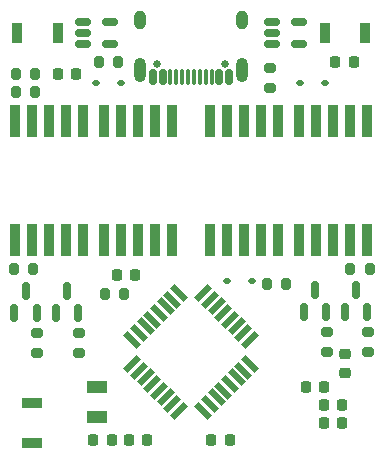
<source format=gbr>
%TF.GenerationSoftware,KiCad,Pcbnew,8.0.8*%
%TF.CreationDate,2025-05-27T20:59:17+01:00*%
%TF.ProjectId,Watch,57617463-682e-46b6-9963-61645f706362,rev?*%
%TF.SameCoordinates,Original*%
%TF.FileFunction,Soldermask,Top*%
%TF.FilePolarity,Negative*%
%FSLAX46Y46*%
G04 Gerber Fmt 4.6, Leading zero omitted, Abs format (unit mm)*
G04 Created by KiCad (PCBNEW 8.0.8) date 2025-05-27 20:59:17*
%MOMM*%
%LPD*%
G01*
G04 APERTURE LIST*
G04 Aperture macros list*
%AMRoundRect*
0 Rectangle with rounded corners*
0 $1 Rounding radius*
0 $2 $3 $4 $5 $6 $7 $8 $9 X,Y pos of 4 corners*
0 Add a 4 corners polygon primitive as box body*
4,1,4,$2,$3,$4,$5,$6,$7,$8,$9,$2,$3,0*
0 Add four circle primitives for the rounded corners*
1,1,$1+$1,$2,$3*
1,1,$1+$1,$4,$5*
1,1,$1+$1,$6,$7*
1,1,$1+$1,$8,$9*
0 Add four rect primitives between the rounded corners*
20,1,$1+$1,$2,$3,$4,$5,0*
20,1,$1+$1,$4,$5,$6,$7,0*
20,1,$1+$1,$6,$7,$8,$9,0*
20,1,$1+$1,$8,$9,$2,$3,0*%
%AMRotRect*
0 Rectangle, with rotation*
0 The origin of the aperture is its center*
0 $1 length*
0 $2 width*
0 $3 Rotation angle, in degrees counterclockwise*
0 Add horizontal line*
21,1,$1,$2,0,0,$3*%
G04 Aperture macros list end*
%ADD10RoundRect,0.112500X-0.187500X-0.112500X0.187500X-0.112500X0.187500X0.112500X-0.187500X0.112500X0*%
%ADD11RoundRect,0.200000X-0.200000X-0.275000X0.200000X-0.275000X0.200000X0.275000X-0.200000X0.275000X0*%
%ADD12RoundRect,0.225000X0.225000X0.250000X-0.225000X0.250000X-0.225000X-0.250000X0.225000X-0.250000X0*%
%ADD13R,0.900000X2.800000*%
%ADD14R,1.800000X1.000000*%
%ADD15RoundRect,0.225000X-0.225000X-0.250000X0.225000X-0.250000X0.225000X0.250000X-0.225000X0.250000X0*%
%ADD16O,1.000000X1.600000*%
%ADD17O,1.000000X2.100000*%
%ADD18RoundRect,0.150000X0.150000X0.500000X-0.150000X0.500000X-0.150000X-0.500000X0.150000X-0.500000X0*%
%ADD19RoundRect,0.075000X0.075000X0.575000X-0.075000X0.575000X-0.075000X-0.575000X0.075000X-0.575000X0*%
%ADD20C,0.650000*%
%ADD21RoundRect,0.150000X-0.512500X-0.150000X0.512500X-0.150000X0.512500X0.150000X-0.512500X0.150000X0*%
%ADD22RoundRect,0.225000X-0.250000X0.225000X-0.250000X-0.225000X0.250000X-0.225000X0.250000X0.225000X0*%
%ADD23RoundRect,0.200000X0.275000X-0.200000X0.275000X0.200000X-0.275000X0.200000X-0.275000X-0.200000X0*%
%ADD24RotRect,1.600000X0.550000X45.000000*%
%ADD25RotRect,1.600000X0.550000X135.000000*%
%ADD26R,0.900000X1.700000*%
%ADD27R,1.700000X0.900000*%
%ADD28RoundRect,0.150000X0.150000X-0.587500X0.150000X0.587500X-0.150000X0.587500X-0.150000X-0.587500X0*%
%ADD29RoundRect,0.200000X0.200000X0.275000X-0.200000X0.275000X-0.200000X-0.275000X0.200000X-0.275000X0*%
%ADD30RoundRect,0.218750X-0.218750X-0.256250X0.218750X-0.256250X0.218750X0.256250X-0.218750X0.256250X0*%
G04 APERTURE END LIST*
D10*
%TO.C,D76*%
X188800000Y-87250000D03*
X186700000Y-87250000D03*
%TD*%
D11*
%TO.C,R1*%
X162675000Y-88000000D03*
X164325000Y-88000000D03*
%TD*%
D10*
%TO.C,D2*%
X180550000Y-104000000D03*
X182650000Y-104000000D03*
%TD*%
%TO.C,D1*%
X169450000Y-87200000D03*
X171550000Y-87200000D03*
%TD*%
D12*
%TO.C,C6*%
X190275000Y-116000000D03*
X188725000Y-116000000D03*
%TD*%
D13*
%TO.C,Dig4*%
X186620000Y-100500000D03*
X188060000Y-100500000D03*
X189500000Y-100500000D03*
X190940000Y-100500000D03*
X192380000Y-100500000D03*
X192380000Y-90500000D03*
X190940000Y-90500000D03*
X189500000Y-90500000D03*
X188060000Y-90500000D03*
X186620000Y-90500000D03*
%TD*%
D14*
%TO.C,Y2*%
X169500000Y-113000000D03*
X169500000Y-115500000D03*
%TD*%
D15*
%TO.C,C1*%
X171225000Y-103500000D03*
X172775000Y-103500000D03*
%TD*%
D16*
%TO.C,J1*%
X173180000Y-81925000D03*
D17*
X173180000Y-86105000D03*
D16*
X181820000Y-81925000D03*
D17*
X181820000Y-86105000D03*
D18*
X180700000Y-86745000D03*
X179900000Y-86745000D03*
D19*
X179250000Y-86745000D03*
X178250000Y-86745000D03*
X176750000Y-86745000D03*
X175750000Y-86745000D03*
D18*
X175100000Y-86745000D03*
X174300000Y-86745000D03*
X174300000Y-86745000D03*
X175100000Y-86745000D03*
D19*
X176250000Y-86745000D03*
X177250000Y-86745000D03*
X177750000Y-86745000D03*
X178750000Y-86745000D03*
D18*
X179900000Y-86745000D03*
X180700000Y-86745000D03*
D20*
X174610000Y-85605000D03*
X180390000Y-85605000D03*
%TD*%
D21*
%TO.C,U3*%
X184362500Y-82050000D03*
X184362500Y-83000000D03*
X184362500Y-83950000D03*
X186637500Y-83950000D03*
X186637500Y-82050000D03*
%TD*%
D22*
%TO.C,C9*%
X190500000Y-110225000D03*
X190500000Y-111775000D03*
%TD*%
D23*
%TO.C,R8*%
X164500000Y-110075000D03*
X164500000Y-108425000D03*
%TD*%
%TO.C,R6*%
X168000000Y-110075000D03*
X168000000Y-108425000D03*
%TD*%
D11*
%TO.C,R5*%
X162500000Y-103000000D03*
X164150000Y-103000000D03*
%TD*%
D15*
%TO.C,C10*%
X169225000Y-117500000D03*
X170775000Y-117500000D03*
%TD*%
D24*
%TO.C,U7*%
X172514897Y-111025305D03*
X173080583Y-111590990D03*
X173646268Y-112156676D03*
X174211953Y-112722361D03*
X174777639Y-113288047D03*
X175343324Y-113853732D03*
X175909010Y-114419417D03*
X176474695Y-114985103D03*
D25*
X178525305Y-114985103D03*
X179090990Y-114419417D03*
X179656676Y-113853732D03*
X180222361Y-113288047D03*
X180788047Y-112722361D03*
X181353732Y-112156676D03*
X181919417Y-111590990D03*
X182485103Y-111025305D03*
D24*
X182485103Y-108974695D03*
X181919417Y-108409010D03*
X181353732Y-107843324D03*
X180788047Y-107277639D03*
X180222361Y-106711953D03*
X179656676Y-106146268D03*
X179090990Y-105580583D03*
X178525305Y-105014897D03*
D25*
X176474695Y-105014897D03*
X175909010Y-105580583D03*
X175343324Y-106146268D03*
X174777639Y-106711953D03*
X174211953Y-107277639D03*
X173646268Y-107843324D03*
X173080583Y-108409010D03*
X172514897Y-108974695D03*
%TD*%
D26*
%TO.C,SW4*%
X188800000Y-83000000D03*
X192200000Y-83000000D03*
%TD*%
D15*
%TO.C,C4*%
X188725000Y-114500000D03*
X190275000Y-114500000D03*
%TD*%
D23*
%TO.C,R7*%
X189000000Y-110000000D03*
X189000000Y-108350000D03*
%TD*%
D15*
%TO.C,C5*%
X188775000Y-113000000D03*
X187225000Y-113000000D03*
%TD*%
D27*
%TO.C,SW1*%
X164000000Y-117700000D03*
X164000000Y-114300000D03*
%TD*%
D15*
%TO.C,C7*%
X172250000Y-117500000D03*
X173800000Y-117500000D03*
%TD*%
D28*
%TO.C,Q3*%
X187050000Y-106612500D03*
X188950000Y-106612500D03*
X188000000Y-104737500D03*
%TD*%
D29*
%TO.C,R11*%
X185575000Y-104250000D03*
X183925000Y-104250000D03*
%TD*%
D13*
%TO.C,Dig1*%
X162620000Y-100500000D03*
X164060000Y-100500000D03*
X165500000Y-100500000D03*
X166940000Y-100500000D03*
X168380000Y-100500000D03*
X168380000Y-90500000D03*
X166940000Y-90500000D03*
X165500000Y-90500000D03*
X164060000Y-90500000D03*
X162620000Y-90500000D03*
%TD*%
D28*
%TO.C,Q4*%
X190500000Y-106612500D03*
X192400000Y-106612500D03*
X191450000Y-104737500D03*
%TD*%
D29*
%TO.C,R3*%
X171325000Y-85500000D03*
X169675000Y-85500000D03*
%TD*%
D11*
%TO.C,R12*%
X191000000Y-103000000D03*
X192650000Y-103000000D03*
%TD*%
D28*
%TO.C,Q2*%
X166050000Y-106687500D03*
X167950000Y-106687500D03*
X167000000Y-104812500D03*
%TD*%
D21*
%TO.C,U1*%
X168362500Y-82050000D03*
X168362500Y-83000000D03*
X168362500Y-83950000D03*
X170637500Y-83950000D03*
X170637500Y-82050000D03*
%TD*%
D13*
%TO.C,Dig3*%
X179120000Y-100500000D03*
X180560000Y-100500000D03*
X182000000Y-100500000D03*
X183440000Y-100500000D03*
X184880000Y-100500000D03*
X184880000Y-90500000D03*
X183440000Y-90500000D03*
X182000000Y-90500000D03*
X180560000Y-90500000D03*
X179120000Y-90500000D03*
%TD*%
D26*
%TO.C,SW3*%
X166200000Y-83000000D03*
X162800000Y-83000000D03*
%TD*%
D23*
%TO.C,R9*%
X192500000Y-110000000D03*
X192500000Y-108350000D03*
%TD*%
D13*
%TO.C,Dig2*%
X170120000Y-100500000D03*
X171560000Y-100500000D03*
X173000000Y-100500000D03*
X174440000Y-100500000D03*
X175880000Y-100500000D03*
X175880000Y-90500000D03*
X174440000Y-90500000D03*
X173000000Y-90500000D03*
X171560000Y-90500000D03*
X170120000Y-90500000D03*
%TD*%
D11*
%TO.C,R4*%
X162675000Y-86500000D03*
X164325000Y-86500000D03*
%TD*%
D15*
%TO.C,C2*%
X179225000Y-117500000D03*
X180775000Y-117500000D03*
%TD*%
%TO.C,C8*%
X189725000Y-85500000D03*
X191275000Y-85500000D03*
%TD*%
D30*
%TO.C,D3*%
X166212500Y-86500000D03*
X167787500Y-86500000D03*
%TD*%
D11*
%TO.C,R10*%
X170175000Y-105100000D03*
X171825000Y-105100000D03*
%TD*%
D23*
%TO.C,R2*%
X184200000Y-87650000D03*
X184200000Y-86000000D03*
%TD*%
D28*
%TO.C,Q1*%
X162550000Y-106687500D03*
X164450000Y-106687500D03*
X163500000Y-104812500D03*
%TD*%
M02*

</source>
